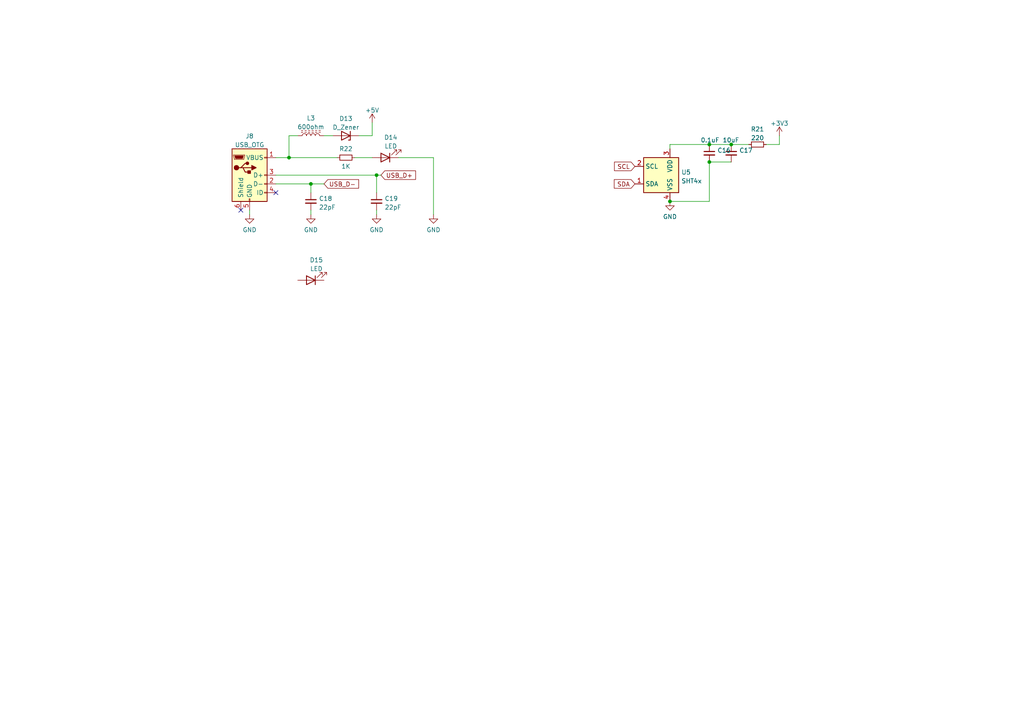
<source format=kicad_sch>
(kicad_sch (version 20250114) (generator "eeschema") (generator_version "9.0")
  (paper "A4")
  (title_block (title "Smart Thermostat") (date "2024-02-09") (rev "0.6.0") (company "Steve Meisner") (comment 1 "steve@meisners.net") (comment 2 "(C) 2024 Steven Meisner "))
  (lib_symbols
    (symbol "Connector:USB_OTG" (pin_names (offset 1.016))
      (property "Reference" "J" (at -5.08 11.43 0))
      (property "Value" "USB_OTG" (at -5.08 8.89 0))
      (symbol "USB_OTG_0_1"
        (rectangle (start -5.08 -7.62) (end 5.08 7.62) (stroke (width 0.254)) (fill (type background)))
        (polyline (pts (xy -4.699 5.842) (xy -4.699 5.588) (xy -4.445 4.826) (xy -4.445 4.572) (xy -1.651 4.572) (xy -1.651 4.826) (xy -1.397 5.588) (xy -1.397 5.842) (xy -4.699 5.842)))
        (polyline (pts (xy -4.318 5.588) (xy -1.778 5.588) (xy -2.032 4.826) (xy -4.064 4.826) (xy -4.318 5.588)) (fill (type outline)))
        (circle (center -3.81 2.159) (radius 0.635) (stroke (width 0.254)) (fill (type outline)))
        (polyline (pts (xy -3.175 2.159) (xy -2.54 2.159) (xy -1.27 3.429) (xy -0.635 3.429)) (stroke (width 0.254)))
        (polyline (pts (xy -2.54 2.159) (xy -1.905 2.159) (xy -1.27 0.889) (xy 0 0.889)) (stroke (width 0.254)))
        (polyline (pts (xy -1.905 2.159) (xy 0.635 2.159)) (stroke (width 0.254)))
        (circle (center -0.635 3.429) (radius 0.381) (stroke (width 0.254)) (fill (type outline)))
        (rectangle (start -0.127 -7.62) (end 0.127 -6.858))
        (rectangle (start 0.254 1.27) (end -0.508 0.508) (stroke (width 0.254)) (fill (type outline)))
        (polyline (pts (xy 0.635 2.794) (xy 0.635 1.524) (xy 1.905 2.159) (xy 0.635 2.794)) (stroke (width 0.254)) (fill (type outline)))
        (rectangle (start 5.08 4.953) (end 4.318 5.207))
        (rectangle (start 5.08 -0.127) (end 4.318 0.127))
        (rectangle (start 5.08 -2.667) (end 4.318 -2.413))
        (rectangle (start 5.08 -5.207) (end 4.318 -4.953))
      )
      (symbol "USB_OTG_1_1"
        (pin passive line (at -2.54 -10.16 90) (length 2.54) (name "Shield") (number "6"))
        (pin passive line (at 0 -10.16 90) (length 2.54) (name "GND") (number "5"))
        (pin passive line (at 7.62 5.08 180) (length 2.54) (name "VBUS") (number "1"))
        (pin bidirectional line (at 7.62 0 180) (length 2.54) (name "D+") (number "3"))
        (pin bidirectional line (at 7.62 -2.54 180) (length 2.54) (name "D-") (number "2"))
        (pin passive line (at 7.62 -5.08 180) (length 2.54) (name "ID") (number "4"))
      )
    )
    (symbol "Device:C_Small" (pin_numbers (hide yes)) (pin_names (offset 0.254) (hide yes))
      (property "Reference" "C" (at 0.254 1.778 0))
      (property "Value" "C_Small" (at 0.254 -2.032 0))
      (symbol "C_Small_0_1"
        (polyline (pts (xy -1.524 0.508) (xy 1.524 0.508)) (stroke (width 0.3048)))
        (polyline (pts (xy -1.524 -0.508) (xy 1.524 -0.508)) (stroke (width 0.3302)))
      )
      (symbol "C_Small_1_1"
        (pin passive line (at 0 2.54 270) (length 2.032) (name "~") (number "1"))
        (pin passive line (at 0 -2.54 90) (length 2.032) (name "~") (number "2"))
      )
    )
    (symbol "Device:D_Zener" (pin_numbers (hide yes)) (pin_names (offset 1.016) (hide yes))
      (property "Reference" "D" (at 0 2.54 0))
      (property "Value" "D_Zener" (at 0 -2.54 0))
      (symbol "D_Zener_0_1"
        (polyline (pts (xy -1.27 -1.27) (xy -1.27 1.27) (xy -0.762 1.27)) (stroke (width 0.254)))
        (polyline (pts (xy 1.27 0) (xy -1.27 0)))
        (polyline (pts (xy 1.27 -1.27) (xy 1.27 1.27) (xy -1.27 0) (xy 1.27 -1.27)) (stroke (width 0.254)))
      )
      (symbol "D_Zener_1_1"
        (pin passive line (at -3.81 0 0) (length 2.54) (name "K") (number "1"))
        (pin passive line (at 3.81 0 180) (length 2.54) (name "A") (number "2"))
      )
    )
    (symbol "Device:LED" (pin_numbers (hide yes)) (pin_names (offset 1.016) (hide yes))
      (property "Reference" "D" (at 0 2.54 0))
      (property "Value" "LED" (at 0 -2.54 0))
      (symbol "LED_0_1"
        (polyline (pts (xy -3.048 -0.762) (xy -4.572 -2.286) (xy -3.81 -2.286) (xy -4.572 -2.286) (xy -4.572 -1.524)))
        (polyline (pts (xy -1.778 -0.762) (xy -3.302 -2.286) (xy -2.54 -2.286) (xy -3.302 -2.286) (xy -3.302 -1.524)))
        (polyline (pts (xy -1.27 0) (xy 1.27 0)))
        (polyline (pts (xy -1.27 -1.27) (xy -1.27 1.27)) (stroke (width 0.254)))
        (polyline (pts (xy 1.27 -1.27) (xy 1.27 1.27) (xy -1.27 0) (xy 1.27 -1.27)) (stroke (width 0.254)))
      )
      (symbol "LED_1_1"
        (pin passive line (at -3.81 0 0) (length 2.54) (name "K") (number "1"))
        (pin passive line (at 3.81 0 180) (length 2.54) (name "A") (number "2"))
      )
    )
    (symbol "Device:L_Ferrite" (pin_numbers (hide yes)) (pin_names (offset 1.016) (hide yes))
      (property "Reference" "L" (at -1.27 0 90))
      (property "Value" "L_Ferrite" (at 2.794 0 90))
      (symbol "L_Ferrite_0_1"
        (arc (start 0 2.54) (mid 0.6323 1.905) (end 0 1.27))
        (arc (start 0 1.27) (mid 0.6323 0.635) (end 0 0))
        (arc (start 0 0) (mid 0.6323 -0.635) (end 0 -1.27))
        (arc (start 0 -1.27) (mid 0.6323 -1.905) (end 0 -2.54))
        (polyline (pts (xy 1.016 2.286) (xy 1.016 2.794)))
        (polyline (pts (xy 1.016 1.27) (xy 1.016 1.778)))
        (polyline (pts (xy 1.016 0.254) (xy 1.016 0.762)))
        (polyline (pts (xy 1.016 -0.762) (xy 1.016 -0.254)))
        (polyline (pts (xy 1.016 -1.778) (xy 1.016 -1.27)))
        (polyline (pts (xy 1.016 -2.794) (xy 1.016 -2.286)))
        (polyline (pts (xy 1.524 2.794) (xy 1.524 2.286)))
        (polyline (pts (xy 1.524 1.778) (xy 1.524 1.27)))
        (polyline (pts (xy 1.524 0.762) (xy 1.524 0.254)))
        (polyline (pts (xy 1.524 -0.254) (xy 1.524 -0.762)))
        (polyline (pts (xy 1.524 -1.27) (xy 1.524 -1.778)))
        (polyline (pts (xy 1.524 -2.286) (xy 1.524 -2.794)))
      )
      (symbol "L_Ferrite_1_1"
        (pin passive line (at 0 3.81 270) (length 1.27) (name "1") (number "1"))
        (pin passive line (at 0 -3.81 90) (length 1.27) (name "2") (number "2"))
      )
    )
    (symbol "Device:R_Small" (pin_numbers (hide yes)) (pin_names (offset 0.254) (hide yes))
      (property "Reference" "R" (at 0.762 0.508 0))
      (property "Value" "R_Small" (at 0.762 -1.016 0))
      (symbol "R_Small_0_1"
        (rectangle (start -0.762 1.778) (end 0.762 -1.778) (stroke (width 0.2032)))
      )
      (symbol "R_Small_1_1"
        (pin passive line (at 0 2.54 270) (length 0.762) (name "~") (number "1"))
        (pin passive line (at 0 -2.54 90) (length 0.762) (name "~") (number "2"))
      )
    )
    (symbol "Sensor_Humidity:SHT4x"
      (property "Reference" "U" (at 0 8.89 0))
      (property "Value" "SHT4x" (at 0 6.35 0))
      (symbol "SHT4x_1_1"
        (rectangle (start -5.08 5.08) (end 5.08 -5.08) (stroke (width 0.254)) (fill (type background)))
        (pin input line (at -7.62 2.54 0) (length 2.54) (name "SCL") (number "2"))
        (pin bidirectional line (at -7.62 -2.54 0) (length 2.54) (name "SDA") (number "1"))
        (pin power_in line (at 2.54 7.62 270) (length 2.54) (name "VDD") (number "3"))
        (pin power_in line (at 2.54 -7.62 90) (length 2.54) (name "VSS") (number "4"))
      )
    )
    (symbol "power:+3V3" (power) (pin_names (offset 0))
      (property "Value" "+3V3" (at 0 3.556 0))
      (symbol "+3V3_0_1"
        (polyline (pts (xy -0.762 1.27) (xy 0 2.54)))
        (polyline (pts (xy 0 2.54) (xy 0.762 1.27)))
        (polyline (pts (xy 0 0) (xy 0 2.54)))
      )
      (symbol "+3V3_1_1"
        (pin power_in line (at 0 0 90) (length 0) (hide yes) (name "+3V3") (number "1"))
      )
    )
    (symbol "power:+5V" (power) (pin_names (offset 0))
      (property "Value" "+5V" (at 0 3.556 0))
      (symbol "+5V_0_1"
        (polyline (pts (xy -0.762 1.27) (xy 0 2.54)))
        (polyline (pts (xy 0 2.54) (xy 0.762 1.27)))
        (polyline (pts (xy 0 0) (xy 0 2.54)))
      )
      (symbol "+5V_1_1"
        (pin power_in line (at 0 0 90) (length 0) (hide yes) (name "+5V") (number "1"))
      )
    )
    (symbol "power:GND" (power) (pin_names (offset 0))
      (property "Value" "GND" (at 0 -3.81 0))
      (symbol "GND_0_1"
        (polyline (pts (xy 0 0) (xy 0 -1.27) (xy 1.27 -1.27) (xy 0 -2.54) (xy -1.27 -1.27) (xy 0 -1.27)))
      )
      (symbol "GND_1_1"
        (pin power_in line (at 0 0 270) (length 0) (hide yes) (name "GND") (number "1"))
      )
    )
  )
  (junction (at 205.74 41.91))
  (junction (at 212.09 41.91))
  (junction (at 83.82 45.72))
  (junction (at 90.17 53.34))
  (junction (at 194.31 58.42))
  (junction (at 109.22 50.8))
  (junction (at 205.74 46.99))
  (no_connect (at 69.85 60.96))
  (no_connect (at 80.01 55.88))
  (wire (pts (xy 83.82 39.37) (xy 86.36 39.37)))
  (wire (pts (xy 205.74 41.91) (xy 212.09 41.91)))
  (wire (pts (xy 212.09 41.91) (xy 217.17 41.91)))
  (wire (pts (xy 109.22 50.8) (xy 109.22 55.88)))
  (wire (pts (xy 93.98 39.37) (xy 96.52 39.37)))
  (wire (pts (xy 72.39 60.96) (xy 72.39 62.23)))
  (wire (pts (xy 90.17 53.34) (xy 90.17 55.88)))
  (wire (pts (xy 102.87 45.72) (xy 107.95 45.72)))
  (wire (pts (xy 205.74 58.42) (xy 194.31 58.42)))
  (wire (pts (xy 205.74 46.99) (xy 212.09 46.99)))
  (wire (pts (xy 205.74 46.99) (xy 205.74 58.42)))
  (wire (pts (xy 104.14 39.37) (xy 107.95 39.37)))
  (wire (pts (xy 226.06 41.91) (xy 226.06 39.37)))
  (wire (pts (xy 83.82 39.37) (xy 83.82 45.72)))
  (wire (pts (xy 80.01 45.72) (xy 83.82 45.72)))
  (wire (pts (xy 194.31 43.18) (xy 194.31 41.91)))
  (wire (pts (xy 90.17 53.34) (xy 93.98 53.34)))
  (wire (pts (xy 90.17 60.96) (xy 90.17 62.23)))
  (wire (pts (xy 125.73 45.72) (xy 125.73 62.23)))
  (wire (pts (xy 222.25 41.91) (xy 226.06 41.91)))
  (wire (pts (xy 194.31 41.91) (xy 205.74 41.91)))
  (wire (pts (xy 115.57 45.72) (xy 125.73 45.72)))
  (wire (pts (xy 109.22 50.8) (xy 110.49 50.8)))
  (wire (pts (xy 109.22 60.96) (xy 109.22 62.23)))
  (wire (pts (xy 107.95 39.37) (xy 107.95 35.56)))
  (wire (pts (xy 80.01 53.34) (xy 90.17 53.34)))
  (wire (pts (xy 83.82 45.72) (xy 97.79 45.72)))
  (wire (pts (xy 80.01 50.8) (xy 109.22 50.8)))
  (global_label "SDA" (shape input) (at 184.15 53.34 180) (property "Intersheetrefs" "${INTERSHEET_REFS}" (effects (hide yes))))
  (global_label "USB_D+" (shape input) (at 110.49 50.8 0) (property "Intersheetrefs" "${INTERSHEET_REFS}" (effects (hide yes))))
  (global_label "USB_D-" (shape input) (at 93.98 53.34 0) (property "Intersheetrefs" "${INTERSHEET_REFS}" (effects (hide yes))))
  (global_label "SCL" (shape input) (at 184.15 48.26 180) (property "Intersheetrefs" "${INTERSHEET_REFS}" (effects (hide yes))))
  (symbol (lib_id "power:GND") (at 194.31 58.42 0) (unit 1)
    (property "Reference" "#PWR050" (effects (hide yes)))
    (property "Value" "GND" (at 194.31 62.8634 0))
  )
  (symbol (lib_id "Device:R_Small") (at 100.33 45.72 90) (unit 1) (in_bom no) (on_board no)
    (property "Reference" "R22" (at 100.33 43.18 90))
    (property "Value" "1K" (at 100.33 48.26 90))
  )
  (symbol (lib_id "Device:C_Small") (at 90.17 58.42 0) (unit 1) (in_bom no) (on_board no)
    (property "Reference" "C18" (at 92.4941 57.5916 0) (effects (justify left)))
    (property "Value" "22pF" (at 92.4941 60.1285 0) (effects (justify left)))
  )
  (symbol (lib_id "Sensor_Humidity:SHT4x") (at 191.77 50.8 0) (unit 1) (in_bom no) (on_board no)
    (property "Reference" "U5" (at 197.612 49.9653 0) (effects (justify left)))
    (property "Value" "SHT4x" (at 197.612 52.5022 0) (effects (justify left)))
    (property "Footprint" "Sensor_Humidity:Sensirion_DFN-4_1.5x1.5mm_P0.8mm_SHT4x_NoCentralPad" (effects (hide yes)))
    (property "Datasheet" "https://sensirion.com/media/documents/33FD6951/624C4357/Datasheet_SHT4x.pdf" (effects (hide yes)))
    (property "LCSC" "C2909890" (effects (hide yes)))
  )
  (symbol (lib_id "Device:C_Small") (at 205.74 44.45 0) (unit 1) (in_bom no) (on_board no)
    (property "Reference" "C16" (at 208.0641 43.6216 0) (effects (justify left)))
    (property "Value" "0.1uF" (at 203.2 40.64 0) (effects (justify left)))
    (property "Footprint" "Capacitor_SMD:C_0603_1608Metric" (effects (hide yes)))
    (property "LCSC" "C14663" (effects (hide yes)))
  )
  (symbol (lib_id "Device:LED") (at 111.76 45.72 180) (unit 1) (in_bom no) (on_board no)
    (property "Reference" "D14" (at 113.3475 39.8612 0))
    (property "Value" "LED" (at 113.3475 42.3981 0))
  )
  (symbol (lib_id "power:+3V3") (at 226.06 39.37 0) (unit 1)
    (property "Reference" "#PWR049" (effects (hide yes)))
    (property "Value" "+3V3" (at 226.06 35.7942 0))
  )
  (symbol (lib_id "power:GND") (at 109.22 62.23 0) (unit 1)
    (property "Reference" "#PWR053" (effects (hide yes)))
    (property "Value" "GND" (at 109.22 66.6734 0))
  )
  (symbol (lib_id "Connector:USB_OTG") (at 72.39 50.8 0) (unit 1) (in_bom no) (on_board no)
    (property "Reference" "J8" (at 72.39 39.4802 0))
    (property "Value" "USB_OTG" (at 72.39 42.0171 0))
    (property "Datasheet" " ~" (effects (hide yes)))
  )
  (symbol (lib_id "power:GND") (at 72.39 62.23 0) (unit 1)
    (property "Reference" "#PWR051" (effects (hide yes)))
    (property "Value" "GND" (at 72.39 66.6734 0))
  )
  (symbol (lib_id "Device:L_Ferrite") (at 90.17 39.37 90) (unit 1) (in_bom no) (on_board no)
    (property "Reference" "L3" (at 90.17 34.2732 90))
    (property "Value" "600ohm" (at 90.17 36.8101 90))
  )
  (symbol (lib_id "Device:C_Small") (at 109.22 58.42 0) (unit 1) (in_bom no) (on_board no)
    (property "Reference" "C19" (at 111.5441 57.5916 0) (effects (justify left)))
    (property "Value" "22pF" (at 111.5441 60.1285 0) (effects (justify left)))
  )
  (symbol (lib_id "power:GND") (at 125.73 62.23 0) (unit 1)
    (property "Reference" "#PWR054" (effects (hide yes)))
    (property "Value" "GND" (at 125.73 66.6734 0))
  )
  (symbol (lib_id "Device:D_Zener") (at 100.33 39.37 180) (unit 1) (in_bom no) (on_board no)
    (property "Reference" "D13" (at 100.33 34.4002 0))
    (property "Value" "D_Zener" (at 100.33 36.9371 0))
  )
  (symbol (lib_id "power:GND") (at 90.17 62.23 0) (unit 1)
    (property "Reference" "#PWR052" (effects (hide yes)))
    (property "Value" "GND" (at 90.17 66.6734 0))
  )
  (symbol (lib_id "Device:LED") (at 90.17 81.28 180) (unit 1) (in_bom no) (on_board no)
    (property "Reference" "D15" (at 91.7575 75.4212 0))
    (property "Value" "LED" (at 91.7575 77.9581 0))
    (property "Footprint" "LED_SMD:LED_0603_1608Metric" (effects (hide yes)))
    (property "LCSC" "C72044" (effects (hide yes)))
  )
  (symbol (lib_id "Device:C_Small") (at 212.09 44.45 0) (unit 1) (in_bom no) (on_board no)
    (property "Reference" "C17" (at 214.4141 43.6216 0) (effects (justify left)))
    (property "Value" "10uF" (at 209.55 40.64 0) (effects (justify left)))
    (property "Footprint" "Capacitor_SMD:C_0603_1608Metric" (effects (hide yes)))
    (property "LCSC" "C96446" (effects (hide yes)))
  )
  (symbol (lib_id "Device:R_Small") (at 219.71 41.91 90) (unit 1) (in_bom no) (on_board no)
    (property "Reference" "R21" (at 219.71 37.4736 90))
    (property "Value" "220" (at 219.71 40.0105 90))
    (property "Footprint" "Resistor_SMD:R_0603_1608Metric" (effects (hide yes)))
    (property "LCSC" "C22962" (effects (hide yes)))
  )
  (symbol (lib_id "power:+5V") (at 107.95 35.56 0) (unit 1)
    (property "Reference" "#PWR048" (effects (hide yes)))
    (property "Value" "+5V" (at 107.95 31.9842 0))
  )
)
</source>
